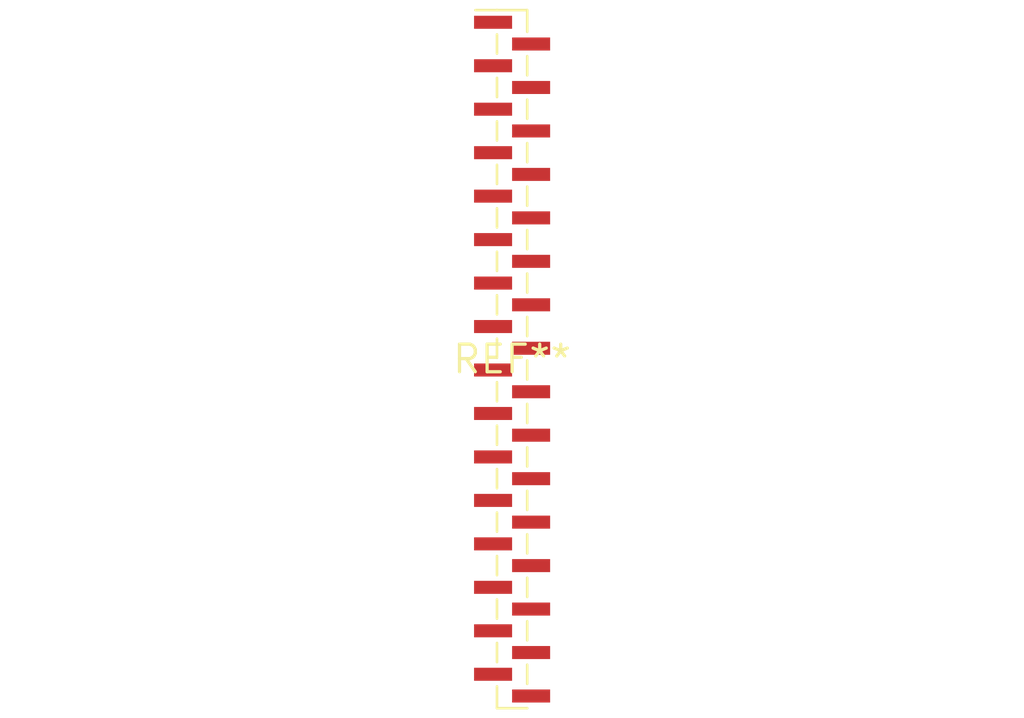
<source format=kicad_pcb>
(kicad_pcb (version 20240108) (generator pcbnew)
  (layers (0 "F.Cu" signal) (31 "B.Cu" signal) (34 "B.Paste" user) (35 "F.Paste" user) (36 "B.SilkS" user "B.Silkscreen") (37 "F.SilkS" user "F.Silkscreen") (38 "B.Mask" user) (39 "F.Mask" user) (44 "Edge.Cuts" user))
  (net 0 "")
  (footprint "PinHeader_1x32_P1.00mm_Vertical_SMD_Pin1Left" (layer "F.Cu") (at 0 0)
    (property "Reference" "REF**")
    (property "Value" "PinHeader_1x32_P1.00mm_Vertical_SMD_Pin1Left")
    (fp_line (start -0.695 -16.06) (end -1.69 -16.06) (layer "F.SilkS") (stroke (width 0.12)))
    (fp_line (start -0.695 -16.06) (end -0.695 -16.06) (layer "F.SilkS") (stroke (width 0.12)))
    (fp_line (start -0.695 -16.06) (end 0.695 -16.06) (layer "F.SilkS") (stroke (width 0.12)))
    (fp_line (start -0.695 -14.94) (end -0.695 -14.06) (layer "F.SilkS") (stroke (width 0.12)))
    (fp_line (start -0.695 -12.94) (end -0.695 -12.06) (layer "F.SilkS") (stroke (width 0.12)))
    (fp_line (start -0.695 -10.94) (end -0.695 -10.06) (layer "F.SilkS") (stroke (width 0.12)))
    (fp_line (start -0.695 -8.94) (end -0.695 -8.06) (layer "F.SilkS") (stroke (width 0.12)))
    (fp_line (start -0.695 -6.94) (end -0.695 -6.06) (layer "F.SilkS") (stroke (width 0.12)))
    (fp_line (start -0.695 -4.94) (end -0.695 -4.06) (layer "F.SilkS") (stroke (width 0.12)))
    (fp_line (start -0.695 -2.94) (end -0.695 -2.06) (layer "F.SilkS") (stroke (width 0.12)))
    (fp_line (start -0.695 -0.94) (end -0.695 -0.06) (layer "F.SilkS") (stroke (width 0.12)))
    (fp_line (start -0.695 1.06) (end -0.695 1.94) (layer "F.SilkS") (stroke (width 0.12)))
    (fp_line (start -0.695 3.06) (end -0.695 3.94) (layer "F.SilkS") (stroke (width 0.12)))
    (fp_line (start -0.695 5.06) (end -0.695 5.94) (layer "F.SilkS") (stroke (width 0.12)))
    (fp_line (start -0.695 7.06) (end -0.695 7.94) (layer "F.SilkS") (stroke (width 0.12)))
    (fp_line (start -0.695 9.06) (end -0.695 9.94) (layer "F.SilkS") (stroke (width 0.12)))
    (fp_line (start -0.695 11.06) (end -0.695 11.94) (layer "F.SilkS") (stroke (width 0.12)))
    (fp_line (start -0.695 13.06) (end -0.695 13.94) (layer "F.SilkS") (stroke (width 0.12)))
    (fp_line (start -0.695 15.06) (end -0.695 16.06) (layer "F.SilkS") (stroke (width 0.12)))
    (fp_line (start -0.695 16.06) (end 0.695 16.06) (layer "F.SilkS") (stroke (width 0.12)))
    (fp_line (start 0.695 -16.06) (end 0.695 -15.06) (layer "F.SilkS") (stroke (width 0.12)))
    (fp_line (start 0.695 -13.94) (end 0.695 -13.06) (layer "F.SilkS") (stroke (width 0.12)))
    (fp_line (start 0.695 -11.94) (end 0.695 -11.06) (layer "F.SilkS") (stroke (width 0.12)))
    (fp_line (start 0.695 -9.94) (end 0.695 -9.06) (layer "F.SilkS") (stroke (width 0.12)))
    (fp_line (start 0.695 -7.94) (end 0.695 -7.06) (layer "F.SilkS") (stroke (width 0.12)))
    (fp_line (start 0.695 -5.94) (end 0.695 -5.06) (layer "F.SilkS") (stroke (width 0.12)))
    (fp_line (start 0.695 -3.94) (end 0.695 -3.06) (layer "F.SilkS") (stroke (width 0.12)))
    (fp_line (start 0.695 -1.94) (end 0.695 -1.06) (layer "F.SilkS") (stroke (width 0.12)))
    (fp_line (start 0.695 0.06) (end 0.695 0.94) (layer "F.SilkS") (stroke (width 0.12)))
    (fp_line (start 0.695 2.06) (end 0.695 2.94) (layer "F.SilkS") (stroke (width 0.12)))
    (fp_line (start 0.695 4.06) (end 0.695 4.94) (layer "F.SilkS") (stroke (width 0.12)))
    (fp_line (start 0.695 6.06) (end 0.695 6.94) (layer "F.SilkS") (stroke (width 0.12)))
    (fp_line (start 0.695 8.06) (end 0.695 8.94) (layer "F.SilkS") (stroke (width 0.12)))
    (fp_line (start 0.695 10.06) (end 0.695 10.94) (layer "F.SilkS") (stroke (width 0.12)))
    (fp_line (start 0.695 12.06) (end 0.695 12.94) (layer "F.SilkS") (stroke (width 0.12)))
    (fp_line (start 0.695 14.06) (end 0.695 14.94) (layer "F.SilkS") (stroke (width 0.12)))
    (fp_line (start 0.695 16.06) (end 0.695 16.06) (layer "F.SilkS") (stroke (width 0.12)))
    (pad "1" smd rect (at -0.875 -15.5) (size 1.75 0.6) (layers "F.Cu" "F.Paste" "F.Mask"))
    (pad "2" smd rect (at 0.875 -14.5) (size 1.75 0.6) (layers "F.Cu" "F.Paste" "F.Mask"))
    (pad "3" smd rect (at -0.875 -13.5) (size 1.75 0.6) (layers "F.Cu" "F.Paste" "F.Mask"))
    (pad "4" smd rect (at 0.875 -12.5) (size 1.75 0.6) (layers "F.Cu" "F.Paste" "F.Mask"))
    (pad "5" smd rect (at -0.875 -11.5) (size 1.75 0.6) (layers "F.Cu" "F.Paste" "F.Mask"))
    (pad "6" smd rect (at 0.875 -10.5) (size 1.75 0.6) (layers "F.Cu" "F.Paste" "F.Mask"))
    (pad "7" smd rect (at -0.875 -9.5) (size 1.75 0.6) (layers "F.Cu" "F.Paste" "F.Mask"))
    (pad "8" smd rect (at 0.875 -8.5) (size 1.75 0.6) (layers "F.Cu" "F.Paste" "F.Mask"))
    (pad "9" smd rect (at -0.875 -7.5) (size 1.75 0.6) (layers "F.Cu" "F.Paste" "F.Mask"))
    (pad "10" smd rect (at 0.875 -6.5) (size 1.75 0.6) (layers "F.Cu" "F.Paste" "F.Mask"))
    (pad "11" smd rect (at -0.875 -5.5) (size 1.75 0.6) (layers "F.Cu" "F.Paste" "F.Mask"))
    (pad "12" smd rect (at 0.875 -4.5) (size 1.75 0.6) (layers "F.Cu" "F.Paste" "F.Mask"))
    (pad "13" smd rect (at -0.875 -3.5) (size 1.75 0.6) (layers "F.Cu" "F.Paste" "F.Mask"))
    (pad "14" smd rect (at 0.875 -2.5) (size 1.75 0.6) (layers "F.Cu" "F.Paste" "F.Mask"))
    (pad "15" smd rect (at -0.875 -1.5) (size 1.75 0.6) (layers "F.Cu" "F.Paste" "F.Mask"))
    (pad "16" smd rect (at 0.875 -0.5) (size 1.75 0.6) (layers "F.Cu" "F.Paste" "F.Mask"))
    (pad "17" smd rect (at -0.875 0.5) (size 1.75 0.6) (layers "F.Cu" "F.Paste" "F.Mask"))
    (pad "18" smd rect (at 0.875 1.5) (size 1.75 0.6) (layers "F.Cu" "F.Paste" "F.Mask"))
    (pad "19" smd rect (at -0.875 2.5) (size 1.75 0.6) (layers "F.Cu" "F.Paste" "F.Mask"))
    (pad "20" smd rect (at 0.875 3.5) (size 1.75 0.6) (layers "F.Cu" "F.Paste" "F.Mask"))
    (pad "21" smd rect (at -0.875 4.5) (size 1.75 0.6) (layers "F.Cu" "F.Paste" "F.Mask"))
    (pad "22" smd rect (at 0.875 5.5) (size 1.75 0.6) (layers "F.Cu" "F.Paste" "F.Mask"))
    (pad "23" smd rect (at -0.875 6.5) (size 1.75 0.6) (layers "F.Cu" "F.Paste" "F.Mask"))
    (pad "24" smd rect (at 0.875 7.5) (size 1.75 0.6) (layers "F.Cu" "F.Paste" "F.Mask"))
    (pad "25" smd rect (at -0.875 8.5) (size 1.75 0.6) (layers "F.Cu" "F.Paste" "F.Mask"))
    (pad "26" smd rect (at 0.875 9.5) (size 1.75 0.6) (layers "F.Cu" "F.Paste" "F.Mask"))
    (pad "27" smd rect (at -0.875 10.5) (size 1.75 0.6) (layers "F.Cu" "F.Paste" "F.Mask"))
    (pad "28" smd rect (at 0.875 11.5) (size 1.75 0.6) (layers "F.Cu" "F.Paste" "F.Mask"))
    (pad "29" smd rect (at -0.875 12.5) (size 1.75 0.6) (layers "F.Cu" "F.Paste" "F.Mask"))
    (pad "30" smd rect (at 0.875 13.5) (size 1.75 0.6) (layers "F.Cu" "F.Paste" "F.Mask"))
    (pad "31" smd rect (at -0.875 14.5) (size 1.75 0.6) (layers "F.Cu" "F.Paste" "F.Mask"))
    (pad "32" smd rect (at 0.875 15.5) (size 1.75 0.6) (layers "F.Cu" "F.Paste" "F.Mask"))
  )
)
</source>
